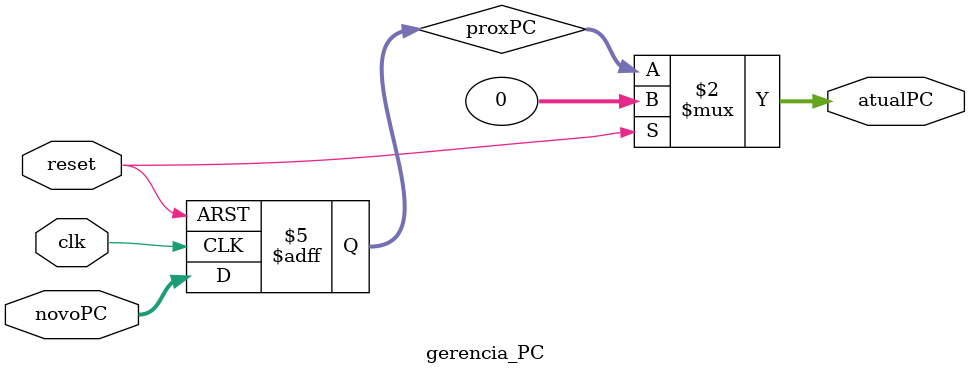
<source format=v>
module gerencia_PC(clk, novoPC, atualPC, reset);
input clk, reset;
input[31:0] novoPC;
output[31:0] atualPC;
reg [31:0] proxPC;

assign atualPC = (reset == 1)? 0 : proxPC;

always @(posedge clk or posedge reset) begin
	if(reset == 1) begin
		proxPC <= 0;
	end
	else
		proxPC <= novoPC;
end


endmodule

</source>
